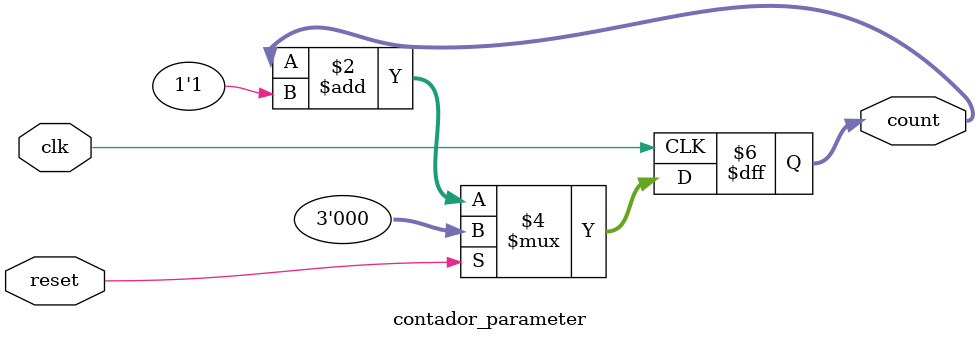
<source format=sv>
`timescale 1ns / 1ps


module contador_parameter #(parameter N = 3)(
    input logic clk,reset,
    output logic [N-1:0] count
    );
    
    always_ff @(posedge clk) 
    begin
        if(reset)
            count <= 'b0;
        else 
            count <= count + 1'b1;
    end
endmodule



</source>
